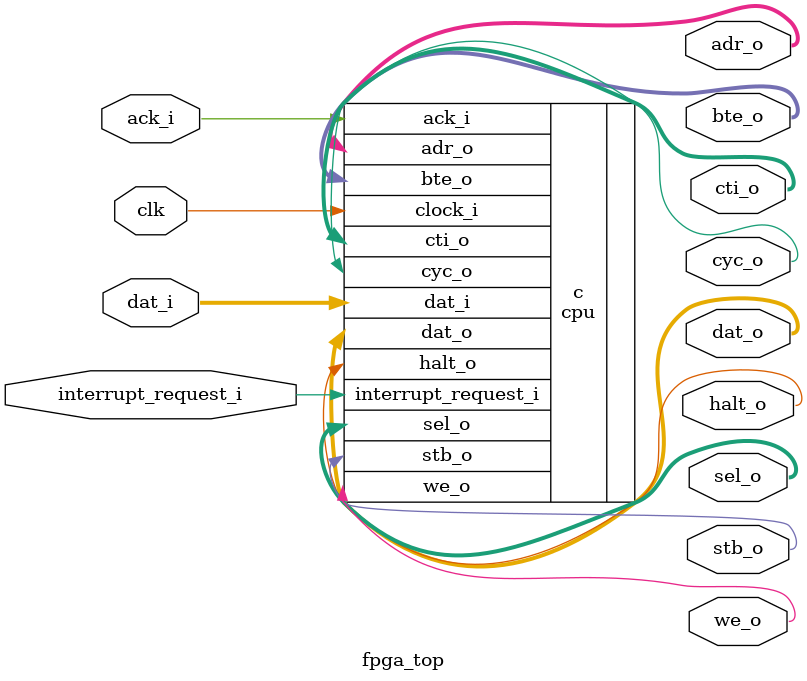
<source format=v>
module fpga_top(
	input 						clk,
	output [31:0]				adr_o,
	input [31:0]				dat_i,
	output [31:0]				dat_o,
	output						stb_o,
	output						cyc_o,
	input							ack_i,
	output [2:0]				cti_o,
	output [1:0]				bte_o,
	output						we_o,
	output [3:0]				sel_o,
	output						halt_o,
	input							interrupt_request_i);
	
	
	
	cpu c(
		.clock_i(clk),
		.adr_o(adr_o),
		.dat_i(dat_i),
		.dat_o(dat_o),
		.stb_o(stb_o),
		.cyc_o(cyc_o),
		.ack_i(ack_i),
		.cti_o(cti_o),
		.bte_o(bte_o),
		.we_o(we_o),
		.sel_o(sel_o),
		.halt_o(halt_o),
		.interrupt_request_i(interrupt_request_i));


endmodule

</source>
